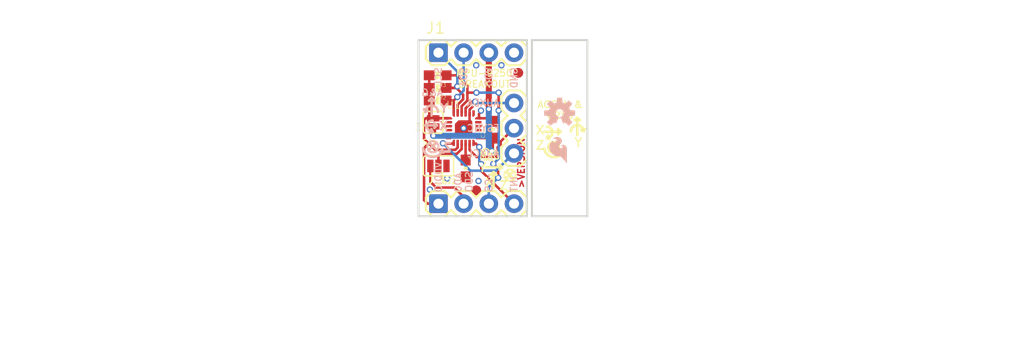
<source format=kicad_pcb>
(kicad_pcb (version 20211014) (generator pcbnew)
  (layers (0 "F.Cu" signal) (31 "B.Cu" signal) (34 "B.Paste" user) (35 "F.Paste" user) (36 "B.SilkS" user "B.Silkscreen") (37 "F.SilkS" user "F.Silkscreen") (38 "B.Mask" user) (39 "F.Mask" user) (44 "Edge.Cuts" user))
  (net 0 "")
  (net 1 "GND")
  (net 2 "VDD")
  (net 3 "VDDIO")
  (net 4 "INT")
  (net 5 "FSYNC")
  (net 6 "REGOUT")
  (net 7 "AUX_CL")
  (net 8 "AUX_DA")
  (net 9 "~{CS}")
  (net 10 "SCL/SCLK")
  (net 11 "SDA/SDI")
  (net 12 "ADSD_STUB")
  (net 13 "AD0/SDO")
  (footprint "boardEagle:0603-RES" (layer "F.Cu") (at 141.9225 100.9396 180)
    (fp_text reference "R2" (at -0.889 -0.762 180) (layer "F.SilkS") (effects (font (size 0.373888 0.373888) (thickness 0.032512)) (justify right top)))
    (fp_text value "10K")
    (fp_poly (pts (xy -0.1905 0.381) (xy 0.1905 0.381) (xy 0.1905 -0.381) (xy -0.1905 -0.381)) (layer "F.SilkS") (width 0) (fill solid))
    (pad "1" smd rect (at -0.85 0 180) (size 1.1 1) (layers "F.Cu" "F.Paste" "F.Mask") (net 10 "SCL/SCLK"))
    (pad "2" smd rect (at 0.85 0 180) (size 1.1 1) (layers "F.Cu" "F.Paste" "F.Mask") (net 3 "VDDIO"))
  )
  (footprint "boardEagle:0603-RES" (layer "F.Cu") (at 141.9225 99.6696 180)
    (fp_text reference "R3" (at -0.889 -0.762 180) (layer "F.SilkS") (effects (font (size 0.373888 0.373888) (thickness 0.032512)) (justify right top)))
    (fp_text value "10K")
    (fp_poly (pts (xy -0.1905 0.381) (xy 0.1905 0.381) (xy 0.1905 -0.381) (xy -0.1905 -0.381)) (layer "F.SilkS") (width 0) (fill solid))
    (pad "1" smd rect (at -0.85 0 180) (size 1.1 1) (layers "F.Cu" "F.Paste" "F.Mask") (net 9 "~{CS}"))
    (pad "2" smd rect (at 0.85 0 180) (size 1.1 1) (layers "F.Cu" "F.Paste" "F.Mask") (net 3 "VDDIO"))
  )
  (footprint "boardEagle:QFN24_PAD" (layer "F.Cu") (at 144.5387 105.0036)
    (fp_text reference "U1" (at -1.8 -1.9) (layer "F.SilkS") (effects (font (size 0.747776 0.747776) (thickness 0.065024)) (justify left bottom)))
    (fp_text value "MPU-9250")
    (pad "1" smd rect (at -1.55 -1 90) (size 0.25 0.5) (layers "F.Cu" "F.Paste" "F.Mask") (net 3 "VDDIO"))
    (pad "1$1" smd rect (at -1.32 -1.06) (size 0.08 0.13) (layers "F.Cu" "F.Paste" "F.Mask"))
    (pad "1$2" smd rect (at -1.25 -1.0235 45) (size 0.1 0.185) (layers "F.Cu" "F.Paste" "F.Mask"))
    (pad "1$3" smd rect (at -1.26 -0.94) (size 0.08 0.13) (layers "F.Cu" "F.Paste" "F.Mask"))
    (pad "1$4" smd roundrect (at -1.22 -0.945) (size 0.14 0.14) (layers "F.Cu" "F.Paste" "F.Mask") (roundrect_rratio 0.5))
    (pad "1$5" smd rect (at -1.175 -0.97) (size 0.05 0.05) (layers "F.Cu" "F.Paste" "F.Mask"))
    (pad "2" smd rect (at -1.55 -0.6 90) (size 0.25 0.5) (layers "F.Cu" "F.Paste" "F.Mask"))
    (pad "3" smd rect (at -1.55 -0.2 90) (size 0.25 0.5) (layers "F.Cu" "F.Paste" "F.Mask"))
    (pad "4" smd rect (at -1.55 0.2 90) (size 0.25 0.5) (layers "F.Cu" "F.Paste" "F.Mask"))
    (pad "5" smd rect (at -1.55 0.6 90) (size 0.25 0.5) (layers "F.Cu" "F.Paste" "F.Mask"))
    (pad "6" smd rect (at -1.55 1 90) (size 0.25 0.5) (layers "F.Cu" "F.Paste" "F.Mask"))
    (pad "7" smd rect (at -1 1.55 180) (size 0.25 0.5) (layers "F.Cu" "F.Paste" "F.Mask") (net 7 "AUX_CL"))
    (pad "8" smd rect (at -0.6 1.55 180) (size 0.25 0.5) (layers "F.Cu" "F.Paste" "F.Mask") (net 3 "VDDIO"))
    (pad "9" smd rect (at -0.2 1.55 180) (size 0.25 0.5) (layers "F.Cu" "F.Paste" "F.Mask") (net 12 "ADSD_STUB"))
    (pad "10" smd rect (at 0.2 1.55 180) (size 0.25 0.5) (layers "F.Cu" "F.Paste" "F.Mask") (net 6 "REGOUT"))
    (pad "11" smd rect (at 0.6 1.55 180) (size 0.25 0.5) (layers "F.Cu" "F.Paste" "F.Mask") (net 5 "FSYNC"))
    (pad "12" smd rect (at 1 1.55 180) (size 0.25 0.5) (layers "F.Cu" "F.Paste" "F.Mask") (net 4 "INT"))
    (pad "13" smd rect (at 1.55 1 270) (size 0.25 0.5) (layers "F.Cu" "F.Paste" "F.Mask") (net 2 "VDD"))
    (pad "14" smd rect (at 1.55 0.6 270) (size 0.25 0.5) (layers "F.Cu" "F.Paste" "F.Mask"))
    (pad "15" smd rect (at 1.55 0.2 270) (size 0.25 0.5) (layers "F.Cu" "F.Paste" "F.Mask"))
    (pad "16" smd rect (at 1.55 -0.2 270) (size 0.25 0.5) (layers "F.Cu" "F.Paste" "F.Mask"))
    (pad "17" smd rect (at 1.55 -0.6 270) (size 0.25 0.5) (layers "F.Cu" "F.Paste" "F.Mask"))
    (pad "18" smd rect (at 1.55 -1 270) (size 0.25 0.5) (layers "F.Cu" "F.Paste" "F.Mask") (net 1 "GND"))
    (pad "19" smd rect (at 1 -1.55) (size 0.25 0.5) (layers "F.Cu" "F.Paste" "F.Mask"))
    (pad "20" smd rect (at 0.6 -1.55) (size 0.25 0.5) (layers "F.Cu" "F.Paste" "F.Mask") (net 1 "GND"))
    (pad "21" smd rect (at 0.2 -1.55) (size 0.25 0.5) (layers "F.Cu" "F.Paste" "F.Mask") (net 8 "AUX_DA"))
    (pad "22" smd rect (at -0.2 -1.55) (size 0.25 0.5) (layers "F.Cu" "F.Paste" "F.Mask") (net 9 "~{CS}"))
    (pad "23" smd rect (at -0.6 -1.55) (size 0.25 0.5) (layers "F.Cu" "F.Paste" "F.Mask") (net 10 "SCL/SCLK"))
    (pad "24" smd rect (at -1 -1.55) (size 0.25 0.5) (layers "F.Cu" "F.Paste" "F.Mask") (net 11 "SDA/SDI"))
    (pad "CENTER" smd rect (at 0 0) (size 0.25 0.25) (layers "F.Cu" "F.Mask") (net 1 "GND"))
    (pad "DBBADFE" smd rect (at -0.675 -0.24) (size 0.4 0.4) (layers "F.Cu" "F.Mask"))
    (pad "DBBADFE1" smd roundrect (at -0.575 0.195) (size 0.6 1.2) (layers "F.Cu" "F.Mask"))
    (pad "P$1" smd roundrect (at -0.2 -1.3) (size 0.25 0.3) (layers "F.Cu" "F.Paste" "F.Mask") (roundrect_rratio 0.375))
    (pad "P$2" smd roundrect (at -1.3 -0.2 90) (size 0.25 0.3) (layers "F.Cu" "F.Paste" "F.Mask") (roundrect_rratio 0.375))
    (pad "P$3" smd roundrect (at 0.2 -1.3) (size 0.25 0.3) (layers "F.Cu" "F.Paste" "F.Mask") (roundrect_rratio 0.375))
    (pad "P$4" smd roundrect (at -1.3 -0.6 90) (size 0.25 0.3) (layers "F.Cu" "F.Paste" "F.Mask") (roundrect_rratio 0.375))
    (pad "P$5" smd roundrect (at 0.6 -1.3) (size 0.25 0.3) (layers "F.Cu" "F.Paste" "F.Mask") (roundrect_rratio 0.375))
    (pad "P$7" smd rect (at 1.25 1.0235 225) (size 0.1 0.185) (layers "F.Cu" "F.Paste" "F.Mask"))
    (pad "P$11" smd roundrect (at -0.6 -1.3) (size 0.25 0.3) (layers "F.Cu" "F.Paste" "F.Mask") (roundrect_rratio 0.375))
    (pad "P$13" smd roundrect (at 0.325 0) (size 1.1 1.59) (layers "F.Cu" "F.Mask") (roundrect_rratio 0.14))
    (pad "P$14" smd rect (at -0.592 -0.512 315) (size 0.3 0.5) (layers "F.Cu" "F.Mask"))
    (pad "P$15" smd rect (at -0.27 0) (size 0.5 1.59) (layers "F.Cu" "F.Mask"))
    (pad "P$16" smd roundrect (at 0.2 1.3 180) (size 0.25 0.3) (layers "F.Cu" "F.Paste" "F.Mask") (roundrect_rratio 0.375))
    (pad "P$18" smd roundrect (at -0.2 1.3 180) (size 0.25 0.3) (layers "F.Cu" "F.Paste" "F.Mask") (roundrect_rratio 0.375))
    (pad "P$20" smd roundrect (at -0.6 1.3 180) (size 0.25 0.3) (layers "F.Cu" "F.Paste" "F.Mask") (roundrect_rratio 0.375))
    (pad "P$22" smd rect (at -1.0235 1.25 135) (size 0.1 0.185) (layers "F.Cu" "F.Paste" "F.Mask"))
    (pad "P$23" smd roundrect (at -0.945 1.22 90) (size 0.14 0.14) (layers "F.Cu" "F.Paste" "F.Mask") (roundrect_rratio 0.5))
    (pad "P$24" smd roundrect (at 1.22 0.945 180) (size 0.14 0.14) (layers "F.Cu" "F.Paste" "F.Mask") (roundrect_rratio 0.5))
    (pad "P$25" smd rect (at -0.97 1.175 90) (size 0.05 0.05) (layers "F.Cu" "F.Paste" "F.Mask"))
    (pad "P$26" smd roundrect (at 0.6 1.3 180) (size 0.25 0.3) (layers "F.Cu" "F.Paste" "F.Mask") (roundrect_rratio 0.375))
    (pad "P$27" smd rect (at -0.94 1.26 90) (size 0.08 0.13) (layers "F.Cu" "F.Paste" "F.Mask"))
    (pad "P$28" smd roundrect (at -1.3 0.2 90) (size 0.25 0.3) (layers "F.Cu" "F.Paste" "F.Mask") (roundrect_rratio 0.375))
    (pad "P$29" smd rect (at -1.06 1.32 90) (size 0.08 0.13) (layers "F.Cu" "F.Paste" "F.Mask"))
    (pad "P$31" smd rect (at 1.175 0.97 180) (size 0.05 0.05) (layers "F.Cu" "F.Paste" "F.Mask"))
    (pad "P$33" smd rect (at 1.26 0.94 180) (size 0.08 0.13) (layers "F.Cu" "F.Paste" "F.Mask"))
    (pad "P$34" smd rect (at 1.32 1.06 180) (size 0.08 0.13) (layers "F.Cu" "F.Paste" "F.Mask"))
    (pad "P$35" smd rect (at 1.0235 -1.25 315) (size 0.1 0.185) (layers "F.Cu" "F.Paste" "F.Mask"))
    (pad "P$36" smd roundrect (at 0.945 -1.22 270) (size 0.14 0.14) (layers "F.Cu" "F.Paste" "F.Mask") (roundrect_rratio 0.5))
    (pad "P$37" smd rect (at 0.97 -1.175 270) (size 0.05 0.05) (layers "F.Cu" "F.Paste" "F.Mask"))
    (pad "P$38" smd roundrect (at -1.3 0.6 90) (size 0.25 0.3) (layers "F.Cu" "F.Paste" "F.Mask") (roundrect_rratio 0.375))
    (pad "P$39" smd rect (at 0.94 -1.26 270) (size 0.08 0.13) (layers "F.Cu" "F.Paste" "F.Mask"))
    (pad "P$40" smd roundrect (at 1.3 -0.2 270) (size 0.25 0.3) (layers "F.Cu" "F.Paste" "F.Mask") (roundrect_rratio 0.375))
    (pad "P$41" smd rect (at 1.06 -1.32 270) (size 0.08 0.13) (layers "F.Cu" "F.Paste" "F.Mask"))
    (pad "P$42" smd roundrect (at 1.3 0.2 270) (size 0.25 0.3) (layers "F.Cu" "F.Paste" "F.Mask") (roundrect_rratio 0.375))
    (pad "P$44" smd roundrect (at 1.3 0.6 270) (size 0.25 0.3) (layers "F.Cu" "F.Paste" "F.Mask") (roundrect_rratio 0.375))
    (pad "P$49" smd rect (at 1.0235 1.25 45) (size 0.1 0.185) (layers "F.Cu" "F.Paste" "F.Mask"))
    (pad "P$50" smd roundrect (at 1.3 -0.6 270) (size 0.25 0.3) (layers "F.Cu" "F.Paste" "F.Mask") (roundrect_rratio 0.375))
    (pad "P$51" smd roundrect (at 0.945 1.22 90) (size 0.14 0.14) (layers "F.Cu" "F.Paste" "F.Mask") (roundrect_rratio 0.5))
    (pad "P$52" smd rect (at 0.97 1.175 90) (size 0.05 0.05) (layers "F.Cu" "F.Paste" "F.Mask"))
    (pad "P$53" smd rect (at 0.94 1.26 90) (size 0.08 0.13) (layers "F.Cu" "F.Paste" "F.Mask"))
    (pad "P$54" smd rect (at 1.06 1.32 90) (size 0.08 0.13) (layers "F.Cu" "F.Paste" "F.Mask"))
    (pad "P$55" smd rect (at 1.25 -1.0235 135) (size 0.1 0.185) (layers "F.Cu" "F.Paste" "F.Mask"))
    (pad "P$56" smd roundrect (at 1.22 -0.945 180) (size 0.14 0.14) (layers "F.Cu" "F.Paste" "F.Mask") (roundrect_rratio 0.5))
    (pad "P$57" smd rect (at 1.175 -0.97 180) (size 0.05 0.05) (layers "F.Cu" "F.Paste" "F.Mask"))
    (pad "P$58" smd rect (at 1.26 -0.94 180) (size 0.08 0.13) (layers "F.Cu" "F.Paste" "F.Mask"))
    (pad "P$59" smd rect (at 1.32 -1.06 180) (size 0.08 0.13) (layers "F.Cu" "F.Paste" "F.Mask"))
    (pad "P$60" smd rect (at -1.0235 -1.25 225) (size 0.1 0.185) (layers "F.Cu" "F.Paste" "F.Mask"))
    (pad "P$61" smd roundrect (at -0.945 -1.22 270) (size 0.14 0.14) (layers "F.Cu" "F.Paste" "F.Mask") (roundrect_rratio 0.5))
    (pad "P$62" smd rect (at -0.97 -1.175 270) (size 0.05 0.05) (layers "F.Cu" "F.Paste" "F.Mask"))
    (pad "P$63" smd rect (at -0.94 -1.26 270) (size 0.08 0.13) (layers "F.Cu" "F.Paste" "F.Mask"))
    (pad "P$64" smd rect (at -1.06 -1.32 270) (size 0.08 0.13) (layers "F.Cu" "F.Paste" "F.Mask"))
    (pad "P$65" smd rect (at -1.25 1.0235 315) (size 0.1 0.185) (layers "F.Cu" "F.Paste" "F.Mask"))
    (pad "P$66" smd roundrect (at -1.22 0.945) (size 0.14 0.14) (layers "F.Cu" "F.Paste" "F.Mask") (roundrect_rratio 0.5))
    (pad "P$67" smd rect (at -1.175 0.97) (size 0.05 0.05) (layers "F.Cu" "F.Paste" "F.Mask"))
    (pad "P$68" smd rect (at -1.26 0.94) (size 0.08 0.13) (layers "F.Cu" "F.Paste" "F.Mask"))
    (pad "P$69" smd rect (at -1.32 1.06) (size 0.08 0.13) (layers "F.Cu" "F.Paste" "F.Mask"))
  )
  (footprint "boardEagle:PAD-HUMPER-3-1&2_NC_BY_PASTE_YES_SILK_FULL_BOX" (layer "F.Cu") (at 141.9987 108.8136 180)
    (fp_text reference "SJ2" (at -1.27 -1.27 180) (layer "F.SilkS") (effects (font (size 0.373888 0.373888) (thickness 0.032512)) (justify right top)))
    (fp_text value "JUMPER_PAD-3-1&2_NC_BY_PASTE")
    (fp_line (start -1.524 0.762) (end -1.524 -0.762) (layer "F.SilkS") (width 0.1524))
    (fp_line (start 1.524 0.762) (end 1.524 -0.762) (layer "F.SilkS") (width 0.1524))
    (fp_line (start -1.27 -1.016) (end 1.27 -1.016) (layer "F.SilkS") (width 0.1524))
    (fp_line (start 1.27 1.016) (end -1.27 1.016) (layer "F.SilkS") (width 0.1524))
    (fp_arc (start 1.27 -1.016) (mid 1.449605 -0.941605) (end 1.524 -0.762) (layer "F.SilkS") (width 0.1524))
    (fp_arc (start -1.524 -0.762) (mid -1.449605 -0.941605) (end -1.27 -1.016) (layer "F.SilkS") (width 0.1524))
    (fp_arc (start -1.27 1.016) (mid -1.449605 0.941605) (end -1.524 0.762) (layer "F.SilkS") (width 0.1524))
    (fp_arc (start 1.524 0.762) (mid 1.449605 0.941605) (end 1.27 1.016) (layer "F.SilkS") (width 0.1524))
    (pad "1" smd rect (at -0.8128 0 180) (size 0.635 1.27) (layers "F.Cu" "F.Mask") (net 1 "GND"))
    (pad "2" smd rect (at 0 0 180) (size 0.635 1.27) (layers "F.Cu" "F.Mask") (net 12 "ADSD_STUB"))
    (pad "3" smd rect (at 0.8128 0 180) (size 0.635 1.27) (layers "F.Cu" "F.Mask") (net 13 "AD0/SDO"))
  )
  (footprint "boardEagle:1X04" (layer "F.Cu") (at 141.9987 97.3836)
    (fp_text reference "J1" (at -1.3462 -1.8288) (layer "F.SilkS") (effects (font (size 1.143 1.143) (thickness 0.127)) (justify left bottom)))
    (fp_text value "")
    (fp_line (start 0.635 -1.27) (end 1.27 -0.635) (layer "F.SilkS") (width 0.2032))
    (fp_line (start 6.35 0.635) (end 5.715 1.27) (layer "F.SilkS") (width 0.2032))
    (fp_line (start 1.905 1.27) (end 1.27 0.635) (layer "F.SilkS") (width 0.2032))
    (fp_line (start 3.81 0.635) (end 3.175 1.27) (layer "F.SilkS") (width 0.2032))
    (fp_line (start 6.35 0.635) (end 6.985 1.27) (layer "F.SilkS") (width 0.2032))
    (fp_line (start 5.715 1.27) (end 4.445 1.27) (layer "F.SilkS") (width 0.2032))
    (fp_line (start 6.985 -1.27) (end 6.35 -0.635) (layer "F.SilkS") (width 0.2032))
    (fp_line (start -1.27 -0.635) (end -1.27 0.635) (layer "F.SilkS") (width 0.2032))
    (fp_line (start -0.635 -1.27) (end -1.27 -0.635) (layer "F.SilkS") (width 0.2032))
    (fp_line (start 4.445 1.27) (end 3.81 0.635) (layer "F.SilkS") (width 0.2032))
    (fp_line (start 3.175 1.27) (end 1.905 1.27) (layer "F.SilkS") (width 0.2032))
    (fp_line (start 3.81 -0.635) (end 4.445 -1.27) (layer "F.SilkS") (width 0.2032))
    (fp_line (start 8.89 0.635) (end 8.255 1.27) (layer "F.SilkS") (width 0.2032))
    (fp_line (start 1.27 -0.635) (end 1.905 -1.27) (layer "F.SilkS") (width 0.2032))
    (fp_line (start -0.635 -1.27) (end 0.635 -1.27) (layer "F.SilkS") (width 0.2032))
    (fp_line (start 3.175 -1.27) (end 3.81 -0.635) (layer "F.SilkS") (width 0.2032))
    (fp_line (start 6.985 -1.27) (end 8.255 -1.27) (layer "F.SilkS") (width 0.2032))
    (fp_line (start 8.255 1.27) (end 6.985 1.27) (layer "F.SilkS") (width 0.2032))
    (fp_line (start 4.445 -1.27) (end 5.715 -1.27) (layer "F.SilkS") (width 0.2032))
    (fp_line (start 5.715 -1.27) (end 6.35 -0.635) (layer "F.SilkS") (width 0.2032))
    (fp_line (start 8.255 -1.27) (end 8.89 -0.635) (layer "F.SilkS") (width 0.2032))
    (fp_line (start 1.27 0.635) (end 0.635 1.27) (layer "F.SilkS") (width 0.2032))
    (fp_line (start 1.905 -1.27) (end 3.175 -1.27) (layer "F.SilkS") (width 0.2032))
    (fp_line (start -1.27 0.635) (end -0.635 1.27) (layer "F.SilkS") (width 0.2032))
    (fp_line (start 8.89 -0.635) (end 8.89 0.635) (layer "F.SilkS") (width 0.2032))
    (fp_line (start 0.635 1.27) (end -0.635 1.27) (layer "F.SilkS") (width 0.2032))
    (pad "1" thru_hole rect (at 0 0 90) (size 1.8796 1.8796) (drill 1.016) (layers *.Cu *.Mask) (net 10 "SCL/SCLK"))
    (pad "2" thru_hole circle (at 2.54 0 90) (size 1.8796 1.8796) (drill 1.016) (layers *.Cu *.Mask) (net 11 "SDA/SDI"))
    (pad "3" thru_hole circle (at 5.08 0 90) (size 1.8796 1.8796) (drill 1.016) (layers *.Cu *.Mask) (net 2 "VDD"))
    (pad "4" thru_hole circle (at 7.62 0 90) (size 1.8796 1.8796) (drill 1.016) (layers *.Cu *.Mask) (net 1 "GND"))
  )
  (footprint "boardEagle:STAND-OFF" (layer "F.Cu") (at 154.2161 111.0996)
    (fp_text reference "STANDOFF1" hide)
    (fp_text value "STAND-OFF" hide)
    (pad "" np_thru_hole circle (at 0 0) (size 3.302 3.302) (drill 3.302) (layers *.Cu *.Mask))
  )
  (footprint "boardEagle:1X04" (layer "F.Cu") (at 141.9987 112.6236)
    (fp_text reference "J3" (at -1.3462 -1.8288) (layer "F.SilkS") (effects (font (size 1.143 1.143) (thickness 0.127)) (justify left bottom)))
    (fp_text value "")
    (fp_line (start 3.175 -1.27) (end 3.81 -0.635) (layer "F.SilkS") (width 0.2032))
    (fp_line (start 6.35 0.635) (end 6.985 1.27) (layer "F.SilkS") (width 0.2032))
    (fp_line (start 0.635 -1.27) (end 1.27 -0.635) (layer "F.SilkS") (width 0.2032))
    (fp_line (start -0.635 -1.27) (end 0.635 -1.27) (layer "F.SilkS") (width 0.2032))
    (fp_line (start 6.985 -1.27) (end 8.255 -1.27) (layer "F.SilkS") (width 0.2032))
    (fp_line (start 1.905 1.27) (end 1.27 0.635) (layer "F.SilkS") (width 0.2032))
    (fp_line (start 4.445 1.27) (end 3.81 0.635) (layer "F.SilkS") (width 0.2032))
    (fp_line (start -1.27 -0.635) (end -1.27 0.635) (layer "F.SilkS") (width 0.2032))
    (fp_line (start 8.255 1.27) (end 6.985 1.27) (layer "F.SilkS") (width 0.2032))
    (fp_line (start 3.175 1.27) (end 1.905 1.27) (layer "F.SilkS") (width 0.2032))
    (fp_line (start 6.985 -1.27) (end 6.35 -0.635) (layer "F.SilkS") (width 0.2032))
    (fp_line (start -1.27 0.635) (end -0.635 1.27) (layer "F.SilkS") (width 0.2032))
    (fp_line (start 4.445 -1.27) (end 5.715 -1.27) (layer "F.SilkS") (width 0.2032))
    (fp_line (start 3.81 0.635) (end 3.175 1.27) (layer "F.SilkS") (width 0.2032))
    (fp_line (start 5.715 1.27) (end 4.445 1.27) (layer "F.SilkS") (width 0.2032))
    (fp_line (start 3.81 -0.635) (end 4.445 -1.27) (layer "F.SilkS") (width 0.2032))
    (fp_line (start 1.27 -0.635) (end 1.905 -1.27) (layer "F.SilkS") (width 0.2032))
    (fp_line (start 5.715 -1.27) (end 6.35 -0.635) (layer "F.SilkS") (width 0.2032))
    (fp_line (start 8.255 -1.27) (end 8.89 -0.635) (layer "F.SilkS") (width 0.2032))
    (fp_line (start 1.27 0.635) (end 0.635 1.27) (layer "F.SilkS") (width 0.2032))
    (fp_line (start 8.89 0.635) (end 8.255 1.27) (layer "F.SilkS") (width 0.2032))
    (fp_line (start 6.35 0.635) (end 5.715 1.27) (layer "F.SilkS") (width 0.2032))
    (fp_line (start 8.89 -0.635) (end 8.89 0.635) (layer "F.SilkS") (width 0.2032))
    (fp_line (start 1.905 -1.27) (end 3.175 -1.27) (layer "F.SilkS") (width 0.2032))
    (fp_line (start 0.635 1.27) (end -0.635 1.27) (layer "F.SilkS") (width 0.2032))
    (fp_line (start -0.635 -1.27) (end -1.27 -0.635) (layer "F.SilkS") (width 0.2032))
    (pad "1" thru_hole rect (at 0 0 90) (size 1.8796 1.8796) (drill 1.016) (layers *.Cu *.Mask) (net 3 "VDDIO"))
    (pad "2" thru_hole circle (at 2.54 0 90) (size 1.8796 1.8796) (drill 1.016) (layers *.Cu *.Mask) (net 13 "AD0/SDO"))
    (pad "3" thru_hole circle (at 5.08 0 90) (size 1.8796 1.8796) (drill 1.016) (layers *.Cu *.Mask) (net 9 "~{CS}"))
    (pad "4" thru_hole circle (at 7.62 0 90) (size 1.8796 1.8796) (drill 1.016) (layers *.Cu *.Mask) (net 4 "INT"))
  )
  (footprint "boardEagle:STAND-OFF" (layer "F.Cu") (at 154.2161 98.9076)
    (fp_text reference "STANDOFF2" hide)
    (fp_text value "STAND-OFF" hide)
    (pad "" np_thru_hole circle (at 0 0) (size 3.302 3.302) (drill 3.302) (layers *.Cu *.Mask))
  )
  (footprint "boardEagle:CREATIVE_COMMONS" (layer "F.Cu") (at 118.1227 127.3048)
    (fp_text reference "FRAME1" hide)
    (fp_text value "FRAME-LETTER" hide)
  )
  (footprint "boardEagle:0603-RES" (layer "F.Cu") (at 141.9225 102.2096 180)
    (fp_text reference "R1" (at -0.889 -0.762 180) (layer "F.SilkS") (effects (font (size 0.373888 0.373888) (thickness 0.032512)) (justify right top)))
    (fp_text value "10K")
    (fp_poly (pts (xy -0.1905 0.381) (xy 0.1905 0.381) (xy 0.1905 -0.381) (xy -0.1905 -0.381)) (layer "F.SilkS") (width 0) (fill solid))
    (pad "1" smd rect (at -0.85 0 180) (size 1.1 1) (layers "F.Cu" "F.Paste" "F.Mask") (net 11 "SDA/SDI"))
    (pad "2" smd rect (at 0.85 0 180) (size 1.1 1) (layers "F.Cu" "F.Paste" "F.Mask") (net 3 "VDDIO"))
  )
  (footprint "boardEagle:FIDUCIAL-1X2" (layer "F.Cu") (at 150.0505 99.4156)
    (fp_text reference "FID1" hide)
    (fp_text value "FIDUCIAL1X2" hide)
    (pad "1" smd roundrect (at 0 0) (size 1 1) (layers "F.Cu" "F.Mask") (roundrect_rratio 0.5))
  )
  (footprint "boardEagle:FIDUCIAL-1X2" (layer "F.Cu") (at 145.8087 111.2774)
    (fp_text reference "FID2" hide)
    (fp_text value "FIDUCIAL1X2" hide)
    (pad "1" smd roundrect (at 0 0) (size 1 1) (layers "F.Cu" "F.Mask") (roundrect_rratio 0.5))
  )
  (footprint "boardEagle:0603-CAP" (layer "F.Cu") (at 147.4851 105.156 90)
    (fp_text reference "C2" (at -0.889 -0.762 90) (layer "F.SilkS") (effects (font (size 0.373888 0.373888) (thickness 0.032512)) (justify left bottom)))
    (fp_text value "0.1uF")
    (fp_line (start 0 -0.02794) (end 0 0.02794) (layer "F.SilkS") (width 0.381))
    (pad "1" smd rect (at -0.85 0 90) (size 1.1 1) (layers "F.Cu" "F.Paste" "F.Mask") (net 2 "VDD"))
    (pad "2" smd rect (at 0.85 0 90) (size 1.1 1) (layers "F.Cu" "F.Paste" "F.Mask") (net 1 "GND"))
  )
  (footprint "boardEagle:0603-CAP" (layer "F.Cu") (at 144.7419 109.0676 -90)
    (fp_text reference "C1" (at -0.889 -0.762 -90) (layer "F.SilkS") (effects (font (size 0.373888 0.373888) (thickness 0.032512)) (justify left bottom)))
    (fp_text value "0.1uF")
    (fp_line (start 0 -0.02794) (end 0 0.02794) (layer "F.SilkS") (width 0.381))
    (pad "1" smd rect (at -0.85 0 270) (size 1.1 1) (layers "F.Cu" "F.Paste" "F.Mask") (net 6 "REGOUT"))
    (pad "2" smd rect (at 0.85 0 270) (size 1.1 1) (layers "F.Cu" "F.Paste" "F.Mask") (net 1 "GND"))
  )
  (footprint "boardEagle:PAD-JUMPER-2-NC_BY_PASTE_YES_SILK_FULL_BOX" (layer "F.Cu") (at 141.4653 104.4194 90)
    (fp_text reference "SJ1" (at -0.9498 -1.27 90) (layer "F.SilkS") (effects (font (size 0.373888 0.373888) (thickness 0.032512)) (justify left bottom)))
    (fp_text value "JUMPER-PAD-2-NC_BY_PASTEFULL-BOX-SILK")
    (fp_line (start 0.8 1) (end -0.8 1) (layer "F.SilkS") (width 0.1524))
    (fp_line (start -0.8 -1) (end 0.8 -1) (layer "F.SilkS") (width 0.1524))
    (fp_line (start 1.1 0.75) (end 1.1 -0.75) (layer "F.SilkS") (width 0.1524))
    (fp_line (start -1.1 0.75) (end -1.1 -0.75) (layer "F.SilkS") (width 0.1524))
    (fp_arc (start 0.8 -1) (mid 1.001777 -0.937132) (end 1.1 -0.75) (layer "F.SilkS") (width 0.1524))
    (fp_arc (start 1.1 0.75) (mid 1.001777 0.937132) (end 0.8 1) (layer "F.SilkS") (width 0.1524))
    (fp_arc (start -0.799998 1) (mid -1.001849 0.93722) (end -1.1 0.75) (layer "F.SilkS") (width 0.1524))
    (fp_arc (start -1.1 -0.75) (mid -1.001777 -0.937132) (end -0.8 -1) (layer "F.SilkS") (width 0.1524))
    (pad "1" smd rect (at -0.4119 0 90) (size 0.635 1.27) (layers "F.Cu" "F.Paste" "F.Mask") (net 2 "VDD"))
    (pad "2" smd rect (at 0.4119 0 90) (size 0.635 1.27) (layers "F.Cu" "F.Paste" "F.Mask") (net 3 "VDDIO"))
  )
  (footprint "boardEagle:1X03" (layer "F.Cu") (at 149.6187 107.5436 90)
    (fp_text reference "J2" (at -1.3462 -1.8288 90) (layer "F.SilkS") (effects (font (size 1.143 1.143) (thickness 0.127)) (justify left bottom)))
    (fp_text value "")
    (fp_line (start 1.27 -0.635) (end 1.905 -1.27) (layer "F.SilkS") (width 0.2032))
    (fp_line (start -1.27 0.635) (end -0.635 1.27) (layer "F.SilkS") (width 0.2032))
    (fp_line (start 3.175 -1.27) (end 3.81 -0.635) (layer "F.SilkS") (width 0.2032))
    (fp_line (start -0.635 -1.27) (end 0.635 -1.27) (layer "F.SilkS") (width 0.2032))
    (fp_line (start 3.175 1.27) (end 1.905 1.27) (layer "F.SilkS") (width 0.2032))
    (fp_line (start 6.35 -0.635) (end 6.35 0.635) (layer "F.SilkS") (width 0.2032))
    (fp_line (start 5.715 -1.27) (end 6.35 -0.635) (layer "F.SilkS") (width 0.2032))
    (fp_line (start 6.35 0.635) (end 5.715 1.27) (layer "F.SilkS") (width 0.2032))
    (fp_line (start -1.27 -0.635) (end -1.27 0.635) (layer "F.SilkS") (width 0.2032))
    (fp_line (start 0.635 1.27) (end -0.635 1.27) (layer "F.SilkS") (width 0.2032))
    (fp_line (start 3.81 -0.635) (end 4.445 -1.27) (layer "F.SilkS") (width 0.2032))
    (fp_line (start -0.635 -1.27) (end -1.27 -0.635) (layer "F.SilkS") (width 0.2032))
    (fp_line (start 3.81 0.635) (end 3.175 1.27) (layer "F.SilkS") (width 0.2032))
    (fp_line (start 1.905 1.27) (end 1.27 0.635) (layer "F.SilkS") (width 0.2032))
    (fp_line (start 1.905 -1.27) (end 3.175 -1.27) (layer "F.SilkS") (width 0.2032))
    (fp_line (start 5.715 1.27) (end 4.445 1.27) (layer "F.SilkS") (width 0.2032))
    (fp_line (start 4.445 -1.27) (end 5.715 -1.27) (layer "F.SilkS") (width 0.2032))
    (fp_line (start 1.27 0.635) (end 0.635 1.27) (layer "F.SilkS") (width 0.2032))
    (fp_line (start 4.445 1.27) (end 3.81 0.635) (layer "F.SilkS") (width 0.2032))
    (fp_line (start 0.635 -1.27) (end 1.27 -0.635) (layer "F.SilkS") (width 0.2032))
    (pad "1" thru_hole circle (at 0 0 180) (size 1.8796 1.8796) (drill 1.016) (layers *.Cu *.Mask) (net 7 "AUX_CL"))
    (pad "2" thru_hole circle (at 2.54 0 180) (size 1.8796 1.8796) (drill 1.016) (layers *.Cu *.Mask) (net 5 "FSYNC"))
    (pad "3" thru_hole circle (at 5.08 0 180) (size 1.8796 1.8796) (drill 1.016) (layers *.Cu *.Mask) (net 8 "AUX_DA"))
  )
  (footprint "boardEagle:SFE_LOGO_FLAME_.1" (layer "B.Cu") (at 155.2321 108.8136 180)
    (fp_text reference "LOGO1" hide)
    (fp_text value "SFE_LOGO_FLAME.1_INCH" hide)
    (fp_poly (pts (xy 1.412844 2.906175) (xy 1.560112 2.832541) (xy 1.605026 2.798855) (xy 1.681982 2.7219) (xy 1.571006 2.7219) (xy 1.551005 2.7319) (xy 1.504689 2.7319) (xy 1.468361 2.722818) (xy 1.422477 2.713641) (xy 1.39011 2.697457) (xy 1.358081 2.673436) (xy 1.343019 2.650843) (xy 1.335288 2.635381) (xy 1.3281 2.613817) (xy 1.3281 2.564689) (xy 1.335361 2.535643) (xy 1.369607 2.484275) (xy 1.425028 2.428854) (xy 1.462016 2.401113) (xy 1.489157 2.383019) (xy 1.523301 2.365947) (xy 1.594689 2.3481) (xy 1.613817 2.3481) (xy 1.629419 2.353301) (xy 1.648687 2.372569) (xy 1.654712 2.384619) (xy 1.6619 2.406183) (xy 1.6619 2.558742) (xy 1.804838 2.469406) (xy 1.890505 2.373031) (xy 1.964662 2.256498) (xy 2.016968 2.099579) (xy 2.048309 1.932428) (xy 2.037811 1.753974) (xy 1.985628 1.555678) (xy 1.881878 1.368928) (xy 1.808618 1.274737) (xy 1.726044 1.192162) (xy 1.642524 1.119083) (xy 1.536984 1.055759) (xy 1.432127 1.013816) (xy 1.318165 0.982735) (xy 1.193153 0.9619) (xy 1.003156 0.9619) (xy 0.953397 0.953607) (xy 0.863627 0.899745) (xy 0.767974 0.804092) (xy 0.647975 0.664094) (xy 0.528159 0.544277) (xy 0.478163 0.484281) (xy 0.430255 0.436373) (xy 0.400257 0.386376) (xy 0.2819 0.268018) (xy 0.2819 1.732372) (xy 0.292559 1.817641) (xy 0.314746 1.895296) (xy 0.380852 2.005474) (xy 0.436664 2.050123) (xy 0.481171 2.083503) (xy 0.539098 2.106674) (xy 0.59313 2.117481) (xy 0.656847 2.1281) (xy 0.788994 2.1281) (xy 0.884319 2.080438) (xy 0.832569 2.028687) (xy 0.784617 2.004711) (xy 0.760581 1.996699) (xy 0.713301 1.949419) (xy 0.7081 1.933817) (xy 0.7081 1.906183) (xy 0.714532 1.886888) (xy 0.729607 1.864275) (xy 0.781412 1.81247) (xy 0.820903 1.796674) (xy 0.863772 1.7881) (xy 0.935311 1.7881) (xy 1.004357 1.805361) (xy 1.053944 1.83842) (xy 1.086004 1.878495) (xy 1.1019 1.926183) (xy 1.1019 1.983091) (xy 1.077224 2.048894) (xy 1.012268 2.113851) (xy 0.931425 2.204799) (xy 0.858661 2.287958) (xy 0.804008 2.386334) (xy 0.7819 2.485818) (xy 0.7819 2.576183) (xy 0.815289 2.676349) (xy 0.871274 2.765925) (xy 0.969046 2.84197) (xy 1.087145 2.906387) (xy 1.206565 2.9281) (xy 1.314182 2.9281)) (layer "B.SilkS") (width 0) (fill solid))
  )
  (footprint "boardEagle:OSHW-LOGO-S" (layer "B.Cu") (at 154.2161 103.4796 180)
    (fp_text reference "LOGO2" hide)
    (fp_text value "OSHW-LOGOS" hide)
    (fp_poly (pts (xy 0.301647 1.061351) (xy 0.42347 1.022344) (xy 0.537177 0.963769) (xy 0.92862 1.282946) (xy 1.282946 0.92862) (xy 0.961035 0.533823) (xy 1.057046 0.302084) (xy 1.5638 0.250561) (xy 1.5638 -0.250561) (xy 1.057046 -0.302084) (xy 0.961035 -0.533823) (xy 1.282946 -0.92862) (xy 0.92862 -1.282946) (xy 0.537177 -0.96377) (xy 0.356601 -1.056794) (xy 0.088679 -0.410073) (xy 0.326262 -0.2176) (xy 0.373649 -0.121468) (xy 0.392729 -0.010339) (xy 0.379464 0.101634) (xy 0.334947 0.205229) (xy 0.262842 0.291918) (xy 0.169087 0.354561) (xy 0.061406 0.387999) (xy -0.051342 0.38948) (xy -0.159868 0.358881) (xy -0.255234 0.298724) (xy -0.329589 0.213962) (xy -0.376813 0.111569) (xy -0.392176 0.005767) (xy -0.322923 -0.222565) (xy -0.249312 -0.303773) (xy 0.091677 -0.5081) (xy -0.12929 -0.5081) (xy -0.355332 -1.053732) (xy -0.506597 -0.983577) (xy -0.538922 -0.965192) (xy -0.92862 -1.282946) (xy -1.282946 -0.92862) (xy -0.961035 -0.533823) (xy -1.057046 -0.302084) (xy -1.5638 -0.250561) (xy -1.5638 0.250561) (xy -1.057046 0.302084) (xy -0.961035 0.533823) (xy -1.282946 0.92862) (xy -0.92862 1.282946) (xy -0.533823 0.961035) (xy -0.302084 1.057046) (xy -0.250561 1.5638) (xy 0.250561 1.5638)) (layer "B.SilkS") (width 0) (fill solid))
  )
  (gr_arc (start 140.6779 103.3526) (mid 141.3129 102.7176) (end 141.9479 103.3526) (layer "B.SilkS") (width 0.254))
  (gr_line (start 141.8463 104.7242) (end 141.5923 104.4702) (layer "B.SilkS") (width 0.254))
  (gr_line (start 141.3129 101.9556) (end 141.5669 102.2096) (layer "B.SilkS") (width 0.254))
  (gr_arc (start 141.4145 105.3592) (mid 140.843 104.7877) (end 141.4145 104.2162) (layer "B.SilkS") (width 0.254))
  (gr_line (start 141.0843 106.4514) (end 141.8209 107.188) (layer "B.SilkS") (width 0.254))
  (gr_line (start 141.7955 106.4514) (end 141.0589 107.188) (layer "B.SilkS") (width 0.254))
  (gr_line (start 142.384781 107.203241) (end 142.156181 107.330241) (layer "B.SilkS") (width 0.254))
  (gr_line (start 141.5923 104.4702) (end 141.5923 104.9782) (layer "B.SilkS") (width 0.254))
  (gr_line (start 141.8463 104.7242) (end 141.5923 104.9782) (layer "B.SilkS") (width 0.254))
  (gr_line (start 141.3129 101.9556) (end 141.3129 103.7336) (layer "B.SilkS") (width 0.254))
  (gr_line (start 141.4145 105.3592) (end 141.1605 105.4862) (layer "B.SilkS") (width 0.254))
  (gr_line (start 141.8463 104.7242) (end 140.5763 104.7242) (layer "B.SilkS") (width 0.254))
  (gr_line (start 141.5923 102.235) (end 141.0335 102.235) (layer "B.SilkS") (width 0.254))
  (gr_line (start 140.6779 103.3526) (end 140.5509 103.0986) (layer "B.SilkS") (width 0.254))
  (gr_line (start 142.156181 107.330241) (end 142.511781 107.457241) (layer "B.SilkS") (width 0.254))
  (gr_line (start 141.3129 101.9556) (end 141.0589 102.2096) (layer "B.SilkS") (width 0.254))
  (gr_arc (start 142.384781 107.254041) (mid 141.329173 107.903193) (end 140.454381 107.025442) (layer "B.SilkS") (width 0.254))
  (gr_line (start 140.9065 103.2256) (end 140.5509 103.0986) (layer "B.SilkS") (width 0.254))
  (gr_line (start 140.6779 103.3526) (end 140.9065 103.2256) (layer "B.SilkS") (width 0.254))
  (gr_line (start 141.4145 105.3592) (end 141.2875 105.1052) (layer "B.SilkS") (width 0.254))
  (gr_line (start 142.384781 107.203241) (end 142.511781 107.457241) (layer "B.SilkS") (width 0.254))
  (gr_line (start 141.1605 105.4862) (end 141.2875 105.1052) (layer "B.SilkS") (width 0.254))
  (gr_circle (center 141.434818 106.873041) (end 142.002718 106.873041) (layer "B.SilkS") (width 0.2032) (fill none))
  (gr_line (start 154.3177 105.3592) (end 154.0637 105.6132) (layer "F.SilkS") (width 0.254))
  (gr_line (start 147.5613 109.4232) (end 147.2819 109.7026) (layer "F.SilkS") (width 0.254))
  (gr_line (start 152.9207 105.9942) (end 153.0477 105.7402) (layer "F.SilkS") (width 0.254))
  (gr_line (start 155.9941 103.9368) (end 155.7401 104.1908) (layer "F.SilkS") (width 0.254))
  (gr_arc (start 155.3591 105.3338) (mid 155.9941 104.6988) (end 156.6291 105.3338) (layer "F.SilkS") (width 0.254))
  (gr_line (start 156.6291 105.3338) (end 156.7561 105.0798) (layer "F.SilkS") (width 0.254))
  (gr_arc (start 152.9207 104.8512) (mid 153.4922 105.4227) (end 152.9207 105.9942) (layer "F.SilkS") (width 0.254))
  (gr_line (start 148.8567 110.0328) (end 149.4917 109.3978) (layer "F.SilkS") (width 0.254))
  (gr_line (start 148.4249 108.9406) (end 148.1709 108.6866) (layer "F.SilkS") (width 0.254))
  (gr_circle (center 153.611581 106.949241) (end 154.179481 106.949241) (layer "F.SilkS") (width 0.2032) (fill none))
  (gr_circle (center 153.60904 106.9467) (end 153.63444 106.9467) (layer "F.SilkS") (width 0.4064) (fill none))
  (gr_line (start 155.9941 103.9368) (end 156.2481 104.1908) (layer "F.SilkS") (width 0.254))
  (gr_line (start 154.3177 105.3592) (end 154.0637 105.1052) (layer "F.SilkS") (width 0.254))
  (gr_line (start 154.0637 105.6132) (end 154.0637 105.1052) (layer "F.SilkS") (width 0.254))
  (gr_line (start 155.7147 104.2162) (end 156.2735 104.2162) (layer "F.SilkS") (width 0.254))
  (gr_line (start 154.602181 107.228641) (end 154.373581 107.355641) (layer "F.SilkS") (width 0.254))
  (gr_line (start 148.4249 108.9406) (end 148.1709 109.1946) (layer "F.SilkS") (width 0.254))
  (gr_line (start 148.8567 109.3978) (end 149.4917 110.0328) (layer "F.SilkS") (width 0.254))
  (gr_line (start 155.9941 103.9368) (end 155.9941 105.7148) (layer "F.SilkS") (width 0.254))
  (gr_line (start 147.5613 109.4232) (end 147.8407 109.7026) (layer "F.SilkS") (width 0.254))
  (gr_line (start 153.1747 106.1212) (end 153.0477 105.7402) (layer "F.SilkS") (width 0.254))
  (gr_circle (center 149.217381 109.743241) (end 149.785281 109.743241) (layer "F.SilkS") (width 0.2032) (fill none))
  (gr_line (start 148.1709 109.1946) (end 148.1709 108.6866) (layer "F.SilkS") (width 0.254))
  (gr_line (start 154.3177 105.3592) (end 152.6667 105.3592) (layer "F.SilkS") (width 0.254))
  (gr_line (start 156.6291 105.3338) (end 156.4005 105.2068) (layer "F.SilkS") (width 0.254))
  (gr_line (start 154.373581 107.355641) (end 154.729181 107.482641) (layer "F.SilkS") (width 0.254))
  (gr_line (start 148.4249 108.9406) (end 146.7739 108.9406) (layer "F.SilkS") (width 0.254))
  (gr_line (start 147.5613 109.4232) (end 147.5613 111.0234) (layer "F.SilkS") (width 0.254))
  (gr_line (start 154.602181 107.228641) (end 154.729181 107.482641) (layer "F.SilkS") (width 0.254))
  (gr_line (start 147.2819 109.7026) (end 147.8407 109.7026) (layer "F.SilkS") (width 0.254))
  (gr_arc (start 154.602181 107.279441) (mid 153.546573 107.928593) (end 152.671781 107.050842) (layer "F.SilkS") (width 0.254))
  (gr_line (start 152.9207 105.9942) (end 153.1747 106.1212) (layer "F.SilkS") (width 0.254))
  (gr_line (start 156.4005 105.2068) (end 156.7561 105.0798) (layer "F.SilkS") (width 0.254))
  (gr_line (start 150.9141 96.1136) (end 139.9921 96.1136) (layer "Edge.Cuts") (width 0.2032))
  (gr_line (start 151.4221 113.8936) (end 151.4221 96.1136) (layer "Edge.Cuts") (width 0.2032))
  (gr_line (start 139.9921 96.1136) (end 139.9921 113.8936) (layer "Edge.Cuts") (width 0.2032))
  (gr_line (start 157.0101 113.8936) (end 151.4221 113.8936) (layer "Edge.Cuts") (width 0.2032))
  (gr_line (start 157.0101 96.1136) (end 151.4221 96.1136) (layer "Edge.Cuts") (width 0.2032))
  (gr_line (start 139.9921 113.8936) (end 150.9141 113.8936) (layer "Edge.Cuts") (width 0.2032))
  (gr_line (start 150.9141 113.8936) (end 150.9141 96.1136) (layer "Edge.Cuts") (width 0.2032))
  (gr_line (start 157.0101 113.8936) (end 157.0101 96.1136) (layer "Edge.Cuts") (width 0.2032))
  (gr_text ">VERSION" (at 150.7363 111.125 90) (layer "F.Cu") (effects (font (size 0.666496 0.666496) (thickness 0.146304)) (justify left bottom)))
  (gr_text "SCL" (at 141.9987 98.7806 -270) (layer "B.SilkS") (effects (font (size 0.69088 0.69088) (thickness 0.12192)) (justify left mirror)))
  (gr_text "X" (at 143.0401 105.2576) (layer "B.SilkS") (effects (font (size 0.8128 0.8128) (thickness 0.2032)) (justify left bottom mirror)))
  (gr_text "SDA" (at 144.5387 98.7806 -270) (layer "B.SilkS") (effects (font (size 0.69088 0.69088) (thickness 0.12192)) (justify left mirror)))
  (gr_text "GND" (at 149.6187 98.7806 -270) (layer "B.SilkS") (effects (font (size 0.69088 0.69088) (thickness 0.12192)) (justify left mirror)))
  (gr_text "FSYNC" (at 148.2217 105.0036) (layer "B.SilkS") (effects (font (size 0.69088 0.69088) (thickness 0.12192)) (justify left mirror)))
  (gr_text "INT" (at 149.6187 111.5314 -270) (layer "B.SilkS") (effects (font (size 0.69088 0.69088) (thickness 0.12192)) (justify right mirror)))
  (gr_text "~CS" (at 147.0787 111.5314 -270) (layer "B.SilkS") (effects (font (size 0.69088 0.69088) (thickness 0.12192)) (justify right mirror)))
  (gr_text "Y" (at 143.0401 103.4796) (layer "B.SilkS") (effects (font (size 0.8128 0.8128) (thickness 0.2032)) (justify left bottom mirror)))
  (gr_text "AUXCL" (at 148.2217 107.5436) (layer "B.SilkS") (effects (font (size 0.69088 0.69088) (thickness 0.12192)) (justify left mirror)))
  (gr_text "A&G" (at 142.5321 101.4222) (layer "B.SilkS") (effects (font (size 0.69088 0.69088) (thickness 0.12192)) (justify left mirror)))
  (gr_text "AD0\nSDO" (at 144.5387 111.5314 -270) (layer "B.SilkS") (effects (font (size 0.69088 0.69088) (thickness 0.12192)) (justify right mirror)))
  (gr_text "VDDIO" (at 141.9987 111.5314 -270) (layer "B.SilkS") (effects (font (size 0.69088 0.69088) (thickness 0.12192)) (justify right mirror)))
  (gr_text "VDD" (at 147.0787 98.7806 -270) (layer "B.SilkS") (effects (font (size 0.69088 0.69088) (thickness 0.12192)) (justify left mirror)))
  (gr_text "AUXDA" (at 148.2217 102.4636) (layer "B.SilkS") (effects (font (size 0.69088 0.69088) (thickness 0.12192)) (justify left mirror)))
  (gr_text "Z" (at 143.4211 107.4166) (layer "B.SilkS") (effects (font (size 0.8128 0.8128) (thickness 0.2032)) (justify left bottom mirror)))
  (gr_text "SJ2" (at 142.3289 110.0836) (layer "F.SilkS") (effects (font (size 0.51816 0.51816) (thickness 0.09144)) (justify left top)))
  (gr_text "Z" (at 151.7269 107.2388) (layer "F.SilkS") (effects (font (size 0.8636 0.8636) (thickness 0.1524)) (justify left bottom)))
  (gr_text "MAG" (at 147.1549 107.7976) (layer "F.SilkS") (effects (font (size 0.69088 0.69088) (thickness 0.12192))))
  (gr_text "ACCEL &\nGRYO" (at 154.2669 103.1748) (layer "F.SilkS") (effects (font (size 0.69088 0.69088) (thickness 0.12192))))
  (gr_text "MPU-9250\nBREAKOUT" (at 146.6215 99.9998) (layer "F.SilkS") (effects (font (size 0.69088 0.69088) (thickness 0.12192))))
  (gr_text "Y" (at 155.6385 106.9594) (layer "F.SilkS") (effects (font (size 0.8636 0.8636) (thickness 0.1524)) (justify left bottom)))
  (gr_text "Y" (at 145.9611 109.4994) (layer "F.SilkS") (effects (font (size 0.8636 0.8636) (thickness 0.1524)) (justify left bottom)))
  (gr_text "Z" (at 148.0439 111.3028) (layer "F.SilkS") (effects (font (size 0.8636 0.8636) (thickness 0.1524)) (justify left bottom)))
  (gr_text "X" (at 151.7269 105.7148) (layer "F.SilkS") (effects (font (size 0.8636 0.8636) (thickness 0.1524)) (justify left bottom)))
  (gr_text "X" (at 146.5961 110.9472) (layer "F.SilkS") (effects (font (size 0.8636 0.8636) (thickness 0.1524)) (justify left bottom)))
  (gr_text "SJ1" (at 140.3477 106.0958) (layer "F.SilkS") (effects (font (size 0.51816 0.51816) (thickness 0.09144)) (justify left top)))
  (segment (start 146.0887 104.0036) (end 147.4851 104.0036) (width 0.254) (layer "F.Cu") (net 1))
  (segment (start 145.1387 103.1336) (end 145.4277 102.8446) (width 0.254) (layer "F.Cu") (net 1))
  (segment (start 146.0887 104.0036) (end 146.0887 103.5818) (width 0.254) (layer "F.Cu") (net 1))
  (segment (start 144.1577 105.0036) (end 144.5387 105.0036) (width 0.254) (layer "F.Cu") (net 1))
  (segment (start 147.4851 104.0036) (end 147.4851 104.306) (width 0.254) (layer "F.Cu") (net 1))
  (segment (start 146.0887 103.5818) (end 146.0881 103.5812) (width 0.254) (layer "F.Cu") (net 1))
  (segment (start 145.1387 103.4536) (end 145.1387 103.1336) (width 0.1778) (layer "F.Cu") (net 1))
  (segment (start 145.1387 104.4036) (end 144.5387 105.0036) (width 0.254) (layer "F.Cu") (net 1))
  (segment (start 145.1387 103.4536) (end 145.1387 104.4036) (width 0.254) (layer "F.Cu") (net 1))
  (via (at 148.3487 98.6536) (size 0.635) (drill 0.381) (layers "F.Cu" "B.Cu") (net 1))
  (via (at 142.8877 110.0836) (size 0.635) (drill 0.381) (layers "F.Cu" "B.Cu") (net 1))
  (via (at 145.8087 98.6536) (size 0.635) (drill 0.381) (layers "F.Cu" "B.Cu") (net 1))
  (via (at 146.2913 103.2256) (size 0.635) (drill 0.381) (layers "F.Cu" "B.Cu") (net 1))
  (via (at 141.1351 111.2012) (size 0.635) (drill 0.381) (layers "F.Cu" "B.Cu") (net 1))
  (via (at 144.5387 105.0036) (size 0.635) (drill 0.381) (layers "F.Cu" "B.Cu") (net 1))
  (via (at 146.0373 110.3376) (size 0.635) (drill 0.381) (layers "F.Cu" "B.Cu") (net 1))
  (segment (start 141.4653 104.8313) (end 141.4653 105.7402) (width 0.6096) (layer "F.Cu") (net 2))
  (segment (start 147.4851 107.2134) (end 147.3835 107.315) (width 0.254) (layer "F.Cu") (net 2))
  (segment (start 147.0787 97.3836) (end 147.0787 103.0732) (width 0.6096) (layer "F.Cu") (net 2))
  (segment (start 147.4827 106.0036) (end 147.4851 106.006) (width 0.254) (layer "F.Cu") (net 2))
  (segment (start 147.4851 106.006) (end 147.4851 107.2134) (width 0.254) (layer "F.Cu") (net 2))
  (segment (start 146.0887 106.0036) (end 147.4827 106.0036) (width 0.254) (layer "F.Cu") (net 2))
  (segment (start 141.4653 105.7402) (end 141.4907 105.7656) (width 0.6096) (layer "F.Cu") (net 2))
  (via (at 147.0787 103.0732) (size 0.635) (drill 0.381) (layers "F.Cu" "B.Cu") (net 2))
  (via (at 141.4907 105.7656) (size 0.635) (drill 0.381) (layers "F.Cu" "B.Cu") (net 2))
  (via (at 147.3835 107.315) (size 0.635) (drill 0.381) (layers "F.Cu" "B.Cu") (net 2))
  (segment (start 147.0787 103.0732) (end 147.0787 105.7148) (width 0.6096) (layer "B.Cu") (net 2))
  (segment (start 147.0279 105.7656) (end 147.0787 105.7148) (width 0.6096) (layer "B.Cu") (net 2))
  (segment (start 141.4907 105.7656) (end 147.0279 105.7656) (width 0.6096) (layer "B.Cu") (net 2))
  (segment (start 147.0787 105.7148) (end 147.0787 107.0102) (width 0.6096) (layer "B.Cu") (net 2))
  (segment (start 147.0787 107.0102) (end 147.3835 107.315) (width 0.6096) (layer "B.Cu") (net 2))
  (segment (start 141.0725 102.2096) (end 141.0725 100.9396) (width 0.254) (layer "F.Cu") (net 3))
  (segment (start 140.5509 112.268) (end 140.5509 107.0102) (width 0.254) (layer "F.Cu") (net 3))
  (segment (start 140.5509 107.0102) (end 141.0208 106.5403) (width 0.254) (layer "F.Cu") (net 3))
  (segment (start 143.7005 107.188) (end 143.9387 106.9498) (width 0.254) (layer "F.Cu") (net 3))
  (segment (start 141.0208 106.5403) (end 141.6685 107.188) (width 0.254) (layer "F.Cu") (net 3))
  (segment (start 141.4692 104.0036) (end 141.0725 104.0036) (width 0.254) (layer "F.Cu") (net 3))
  (segment (start 140.5509 104.1654) (end 140.5509 106.0704) (width 0.254) (layer "F.Cu") (net 3))
  (segment (start 141.6685 107.188) (end 143.7005 107.188) (width 0.254) (layer "F.Cu") (net 3))
  (segment (start 141.9987 112.6236) (end 140.9065 112.6236) (width 0.254) (layer "F.Cu") (net 3))
  (segment (start 142.9887 104.0036) (end 141.4692 104.0036) (width 0.254) (layer "F.Cu") (net 3))
  (segment (start 141.0725 100.9396) (end 141.0725 99.6696) (width 0.254) (layer "F.Cu") (net 3))
  (segment (start 141.0725 104.0036) (end 141.0725 102.2096) (width 0.254) (layer "F.Cu") (net 3))
  (segment (start 141.4692 104.0036) (end 141.4653 104.0075) (width 0.254) (layer "F.Cu") (net 3))
  (segment (start 143.9387 106.9498) (end 143.9387 106.5536) (width 0.254) (layer "F.Cu") (net 3))
  (segment (start 140.7127 104.0036) (end 140.5509 104.1654) (width 0.254) (layer "F.Cu") (net 3))
  (segment (start 140.5509 106.0704) (end 141.0208 106.5403) (width 0.254) (layer "F.Cu") (net 3))
  (segment (start 142.9887 104.0036) (end 140.7127 104.0036) (width 0.254) (layer "F.Cu") (net 3))
  (segment (start 140.9065 112.6236) (end 140.5509 112.268) (width 0.254) (layer "F.Cu") (net 3))
  (segment (start 145.7585 106.5536) (end 146.1135 106.9086) (width 0.254) (layer "F.Cu") (net 4))
  (segment (start 146.3167 108.6358) (end 146.3167 109.3216) (width 0.254) (layer "F.Cu") (net 4))
  (segment (start 145.5387 106.5536) (end 145.7585 106.5536) (width 0.254) (layer "F.Cu") (net 4))
  (segment (start 146.3167 109.3216) (end 149.6187 112.6236) (width 0.254) (layer "F.Cu") (net 4))
  (via (at 146.1135 106.9086) (size 0.635) (drill 0.381) (layers "F.Cu" "B.Cu") (net 4))
  (via (at 146.3167 108.6358) (size 0.635) (drill 0.381) (layers "F.Cu" "B.Cu") (net 4))
  (segment (start 146.1135 106.9086) (end 146.1135 108.4326) (width 0.254) (layer "B.Cu") (net 4))
  (segment (start 146.1135 108.4326) (end 146.3167 108.6358) (width 0.254) (layer "B.Cu") (net 4))
  (segment (start 145.1387 106.5536) (end 145.1387 107.2038) (width 0.254) (layer "F.Cu") (net 5))
  (segment (start 145.8341 107.8992) (end 147.8153 107.8992) (width 0.254) (layer "F.Cu") (net 5))
  (segment (start 148.2725 106.3498) (end 149.6187 105.0036) (width 0.254) (layer "F.Cu") (net 5))
  (segment (start 148.2725 106.6292) (end 147.9677 106.934) (width 0.254) (layer "F.Cu") (net 5))
  (segment (start 148.2725 106.3498) (end 148.2725 106.6292) (width 0.254) (layer "F.Cu") (net 5))
  (segment (start 147.9677 106.934) (end 147.9677 107.7468) (width 0.254) (layer "F.Cu") (net 5))
  (segment (start 145.1387 107.2038) (end 145.8341 107.8992) (width 0.254) (layer "F.Cu") (net 5))
  (segment (start 147.8153 107.8992) (end 147.9677 107.7468) (width 0.254) (layer "F.Cu") (net 5))
  (segment (start 144.7387 108.2144) (end 144.7419 108.2176) (width 0.254) (layer "F.Cu") (net 6))
  (segment (start 144.7387 106.5536) (end 144.7387 108.2144) (width 0.254) (layer "F.Cu") (net 6))
  (segment (start 143.5387 106.5536) (end 142.4819 106.5536) (width 0.254) (layer "F.Cu") (net 7))
  (segment (start 142.4819 106.5536) (end 142.4559 106.5276) (width 0.254) (layer "F.Cu") (net 7))
  (via (at 142.4559 106.5276) (size 0.635) (drill 0.381) (layers "F.Cu" "B.Cu") (net 7))
  (segment (start 142.4559 106.5276) (end 145.2245 109.2962) (width 0.254) (layer "B.Cu") (net 7))
  (segment (start 147.8153 109.2962) (end 149.5679 107.5436) (width 0.254) (layer "B.Cu") (net 7))
  (segment (start 145.2245 109.2962) (end 147.8153 109.2962) (width 0.254) (layer "B.Cu") (net 7))
  (segment (start 149.5679 107.5436) (end 149.6187 107.5436) (width 0.254) (layer "B.Cu") (net 7))
  (segment (start 145.4023 102.3366) (end 145.7071 102.3366) (width 0.254) (layer "F.Cu") (net 8))
  (segment (start 144.7387 103.4536) (end 144.7387 103.0002) (width 0.254) (layer "F.Cu") (net 8))
  (segment (start 144.7387 103.0002) (end 145.4023 102.3366) (width 0.254) (layer "F.Cu") (net 8))
  (via (at 145.7071 102.3366) (size 0.635) (drill 0.381) (layers "F.Cu" "B.Cu") (net 8))
  (segment (start 145.7071 102.3366) (end 145.8341 102.4636) (width 0.254) (layer "B.Cu") (net 8))
  (segment (start 145.8341 102.4636) (end 149.6187 102.4636) (width 0.254) (layer "B.Cu") (net 8))
  (segment (start 144.9197 100.711) (end 143.8783 99.6696) (width 0.254) (layer "F.Cu") (net 9))
  (segment (start 144.3387 102.7906) (end 144.9197 102.2096) (width 0.254) (layer "F.Cu") (net 9))
  (segment (start 148.0693 103.2256) (end 148.0693 101.4222) (width 0.254) (layer "F.Cu") (net 9))
  (segment (start 144.9197 101.416316) (end 144.9197 100.711) (width 0.254) (layer "F.Cu") (net 9))
  (segment (start 144.9197 101.416316) (end 145.828215 101.416316) (width 0.254) (layer "F.Cu") (net 9))
  (segment (start 144.9197 102.2096) (end 144.9197 101.416316) (width 0.254) (layer "F.Cu") (net 9))
  (segment (start 143.8783 99.6696) (end 142.7725 99.6696) (width 0.254) (layer "F.Cu") (net 9))
  (segment (start 144.3387 103.4536) (end 144.3387 102.7906) (width 0.254) (layer "F.Cu") (net 9))
  (segment (start 148.0185 110.0074) (end 148.0185 109.093) (width 0.254) (layer "F.Cu") (net 9))
  (segment (start 148.0185 109.093) (end 147.5359 108.6104) (width 0.254) (layer "F.Cu") (net 9))
  (via (at 148.0693 103.2256) (size 0.635) (drill 0.381) (layers "F.Cu" "B.Cu") (net 9))
  (via (at 148.0185 110.0074) (size 0.635) (drill 0.381) (layers "F.Cu" "B.Cu") (net 9))
  (via (at 147.5359 108.6104) (size 0.635) (drill 0.381) (layers "F.Cu" "B.Cu") (net 9))
  (via (at 145.828215 101.416316) (size 0.635) (drill 0.381) (layers "F.Cu" "B.Cu") (net 9))
  (via (at 148.0693 101.4222) (size 0.635) (drill 0.381) (layers "F.Cu" "B.Cu") (net 9))
  (segment (start 147.0787 110.9472) (end 148.0185 110.0074) (width 0.254) (layer "B.Cu") (net 9))
  (segment (start 147.0787 112.6236) (end 147.0787 110.9472) (width 0.254) (layer "B.Cu") (net 9))
  (segment (start 148.0693 108.077) (end 148.0693 103.2256) (width 0.254) (layer "B.Cu") (net 9))
  (segment (start 148.063415 101.416316) (end 145.828215 101.416316) (width 0.254) (layer "B.Cu") (net 9))
  (segment (start 148.0693 101.4222) (end 148.063415 101.416316) (width 0.254) (layer "B.Cu") (net 9))
  (segment (start 147.5359 108.6104) (end 148.0693 108.077) (width 0.254) (layer "B.Cu") (net 9))
  (segment (start 143.8021 100.9396) (end 142.7725 100.9396) (width 0.254) (layer "F.Cu") (net 10))
  (segment (start 143.7513 100.9396) (end 143.9037 100.7872) (width 0.254) (layer "F.Cu") (net 10))
  (segment (start 142.7725 100.9396) (end 143.7513 100.9396) (width 0.254) (layer "F.Cu") (net 10))
  (segment (start 143.9387 102.6318) (end 144.4879 102.0826) (width 0.254) (layer "F.Cu") (net 10))
  (segment (start 143.9387 103.4536) (end 143.9387 102.6318) (width 0.254) (layer "F.Cu") (net 10))
  (segment (start 144.4879 101.6254) (end 143.8021 100.9396) (width 0.254) (layer "F.Cu") (net 10))
  (segment (start 144.4879 102.0826) (end 144.4879 101.6254) (width 0.254) (layer "F.Cu") (net 10))
  (via (at 143.9037 100.7872) (size 0.635) (drill 0.381) (layers "F.Cu" "B.Cu") (net 10))
  (segment (start 143.9037 99.2886) (end 141.9987 97.3836) (width 0.254) (layer "B.Cu") (net 10))
  (segment (start 143.9037 100.7872) (end 143.9037 99.2886) (width 0.254) (layer "B.Cu") (net 10))
  (segment (start 143.5387 102.3018) (end 143.4465 102.2096) (width 0.254) (layer "F.Cu") (net 11))
  (segment (start 143.4465 102.2096) (end 143.5481 102.2096) (width 0.254) (layer "F.Cu") (net 11))
  (segment (start 143.4465 102.2096) (end 142.7725 102.2096) (width 0.254) (layer "F.Cu") (net 11))
  (segment (start 143.5481 102.2096) (end 143.9037 101.854) (width 0.254) (layer "F.Cu") (net 11))
  (segment (start 143.5387 103.4536) (end 143.5387 102.3018) (width 0.254) (layer "F.Cu") (net 11))
  (via (at 143.9037 101.854) (size 0.635) (drill 0.381) (layers "F.Cu" "B.Cu") (net 11))
  (segment (start 144.5387 101.219) (end 144.5387 97.3836) (width 0.254) (layer "B.Cu") (net 11))
  (segment (start 143.9037 101.854) (end 144.5387 101.219) (width 0.254) (layer "B.Cu") (net 11))
  (segment (start 144.3387 106.5536) (end 144.3387 107.1086) (width 0.254) (layer "F.Cu") (net 12))
  (segment (start 143.8529 107.5944) (end 142.2527 107.5944) (width 0.254) (layer "F.Cu") (net 12))
  (segment (start 141.9987 107.8484) (end 141.9987 108.8136) (width 0.254) (layer "F.Cu") (net 12))
  (segment (start 142.2527 107.5944) (end 141.9987 107.8484) (width 0.254) (layer "F.Cu") (net 12))
  (segment (start 144.3387 107.1086) (end 143.8529 107.5944) (width 0.254) (layer "F.Cu") (net 12))
  (segment (start 143.5989 110.998) (end 144.5387 111.9378) (width 0.254) (layer "F.Cu") (net 13))
  (segment (start 141.1859 110.4138) (end 141.7701 110.998) (width 0.254) (layer "F.Cu") (net 13))
  (segment (start 144.5387 111.9378) (end 144.5387 112.6236) (width 0.254) (layer "F.Cu") (net 13))
  (segment (start 141.7701 110.998) (end 143.5989 110.998) (width 0.254) (layer "F.Cu") (net 13))
  (segment (start 141.1859 108.8136) (end 141.1859 110.4138) (width 0.254) (layer "F.Cu") (net 13))
)
</source>
